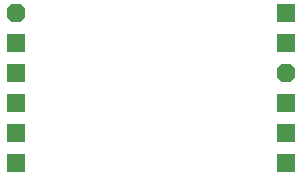
<source format=gbs>
G04 Layer_Color=16711935*
%FSLAX44Y44*%
%MOMM*%
G71*
G01*
G75*
G04:AMPARAMS|DCode=23|XSize=1.5mm|YSize=1.5mm|CornerRadius=0mm|HoleSize=0mm|Usage=FLASHONLY|Rotation=180.000|XOffset=0mm|YOffset=0mm|HoleType=Round|Shape=Octagon|*
%AMOCTAGOND23*
4,1,8,-0.7500,0.3750,-0.7500,-0.3750,-0.3750,-0.7500,0.3750,-0.7500,0.7500,-0.3750,0.7500,0.3750,0.3750,0.7500,-0.3750,0.7500,-0.7500,0.3750,0.0*
%
%ADD23OCTAGOND23*%

%ADD24R,1.5000X1.5000*%
D23*
X0Y127000D02*
D03*
X228600Y76200D02*
D03*
D24*
X0Y101600D02*
D03*
Y76200D02*
D03*
Y50800D02*
D03*
Y25400D02*
D03*
Y0D02*
D03*
X228600D02*
D03*
Y25400D02*
D03*
Y50800D02*
D03*
Y101600D02*
D03*
Y127000D02*
D03*
M02*

</source>
